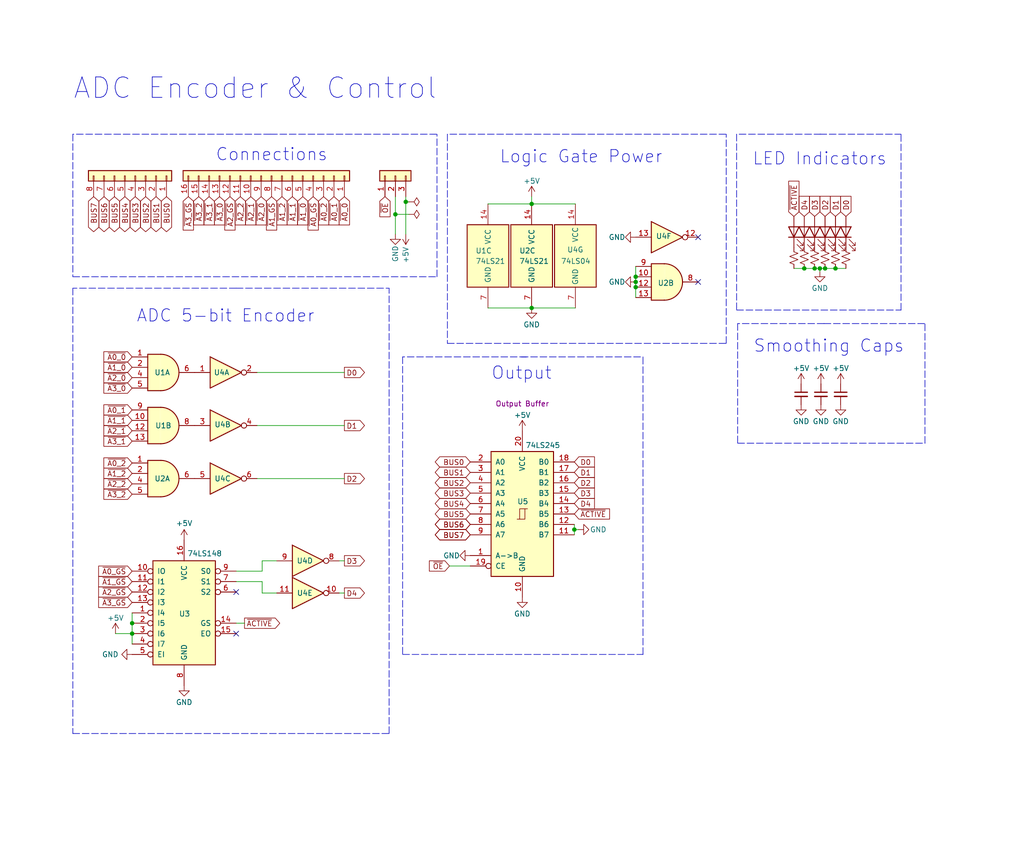
<source format=kicad_sch>
(kicad_sch (version 20211123) (generator eeschema)
  (paper "User" 250.012 210.007)
  (lib_symbols
    (symbol "74LS21_1" (pin_names (offset 1.016))
      (property "Reference" "U" (at 0 1.27 0))
      (property "Value" "74LS21_1" (at 0 -1.27 0))
      (symbol "74LS21_1_1_1"
        (arc (start -0.635 -4.445) (mid 3.81 0) (end -0.635 4.445) (stroke (width 0.254)) (fill (type background)))
        (polyline (pts (xy -0.635 4.445) (xy -3.81 4.445) (xy -3.81 -4.445) (xy -0.635 -4.445)) (stroke (width 0.254)) (fill (type background)))
        (pin input line (at -7.62 3.81 0) (length 3.81) (name "~") (number "1"))
        (pin input line (at -7.62 1.27 0) (length 3.81) (name "~") (number "2"))
        (pin input line (at -7.62 -1.27 0) (length 3.81) (name "~") (number "4"))
        (pin input line (at -7.62 -3.81 0) (length 3.81) (name "~") (number "5"))
        (pin output line (at 7.62 0 180) (length 3.81) (name "~") (number "6"))
      )
      (symbol "74LS21_1_1_2"
        (arc (start -3.81 -4.445) (mid -2.5908 0) (end -3.81 4.445) (stroke (width 0.254)))
        (arc (start -0.6096 -4.445) (mid 2.224 -2.8428) (end 3.81 0) (stroke (width 0.254)) (fill (type background)))
        (polyline (pts (xy -3.81 -4.445) (xy -0.635 -4.445)) (stroke (width 0.254)) (fill (type background)))
        (polyline (pts (xy -3.81 4.445) (xy -0.635 4.445)) (stroke (width 0.254)) (fill (type background)))
        (polyline (pts (xy -0.635 4.445) (xy -3.81 4.445) (xy -3.81 4.445) (xy -3.6322 4.0894) (xy -3.0988 2.921) (xy -2.7686 1.6764) (xy -2.6162 0.4318) (xy -2.6416 -0.8636) (xy -2.8702 -2.1082) (xy -3.2512 -3.3274) (xy -3.81 -4.445) (xy -3.81 -4.445) (xy -0.635 -4.445)) (stroke (width -25.4)) (fill (type background)))
        (arc (start 3.81 0) (mid 2.2198 2.8386) (end -0.6096 4.445) (stroke (width 0.254)) (fill (type background)))
        (pin input inverted (at -7.62 3.81 0) (length 3.81) (name "~") (number "1"))
        (pin input inverted (at -7.62 1.27 0) (length 4.826) (name "~") (number "2"))
        (pin input inverted (at -7.62 -1.27 0) (length 4.826) (name "~") (number "4"))
        (pin input inverted (at -7.62 -3.81 0) (length 3.81) (name "~") (number "5"))
        (pin output inverted (at 7.62 0 180) (length 3.81) (name "~") (number "6"))
      )
      (symbol "74LS21_1_2_1"
        (arc (start -0.635 -4.445) (mid 3.81 0) (end -0.635 4.445) (stroke (width 0.254)) (fill (type background)))
        (polyline (pts (xy -0.635 4.445) (xy -3.81 4.445) (xy -3.81 -4.445) (xy -0.635 -4.445)) (stroke (width 0.254)) (fill (type background)))
        (pin input line (at -7.62 1.27 0) (length 3.81) (name "~") (number "10"))
        (pin input line (at -7.62 -1.27 0) (length 3.81) (name "~") (number "12"))
        (pin input line (at -7.62 -3.81 0) (length 3.81) (name "~") (number "13"))
        (pin output line (at 7.62 0 180) (length 3.81) (name "~") (number "8"))
        (pin input line (at -7.62 3.81 0) (length 3.81) (name "~") (number "9"))
      )
      (symbol "74LS21_1_2_2"
        (arc (start -3.81 -4.445) (mid -2.5908 0) (end -3.81 4.445) (stroke (width 0.254)))
        (arc (start -0.6096 -4.445) (mid 2.224 -2.8428) (end 3.81 0) (stroke (width 0.254)) (fill (type background)))
        (polyline (pts (xy -3.81 -4.445) (xy -0.635 -4.445)) (stroke (width 0.254)) (fill (type background)))
        (polyline (pts (xy -3.81 4.445) (xy -0.635 4.445)) (stroke (width 0.254)) (fill (type background)))
        (polyline (pts (xy -0.635 4.445) (xy -3.81 4.445) (xy -3.81 4.445) (xy -3.6322 4.0894) (xy -3.0988 2.921) (xy -2.7686 1.6764) (xy -2.6162 0.4318) (xy -2.6416 -0.8636) (xy -2.8702 -2.1082) (xy -3.2512 -3.3274) (xy -3.81 -4.445) (xy -3.81 -4.445) (xy -0.635 -4.445)) (stroke (width -25.4)) (fill (type background)))
        (arc (start 3.81 0) (mid 2.2198 2.8386) (end -0.6096 4.445) (stroke (width 0.254)) (fill (type background)))
        (pin input inverted (at -7.62 1.27 0) (length 4.826) (name "~") (number "10"))
        (pin input inverted (at -7.62 -1.27 0) (length 4.826) (name "~") (number "12"))
        (pin input inverted (at -7.62 -3.81 0) (length 3.81) (name "~") (number "13"))
        (pin output inverted (at 7.62 0 180) (length 3.81) (name "~") (number "8"))
        (pin input inverted (at -7.62 3.81 0) (length 3.81) (name "~") (number "9"))
      )
      (symbol "74LS21_1_3_0"
        (pin power_in line (at 0 12.7 270) (length 5.08) (name "VCC") (number "14"))
        (pin power_in line (at 0 -12.7 90) (length 5.08) (name "GND") (number "7"))
      )
      (symbol "74LS21_1_3_1"
        (rectangle (start -5.08 7.62) (end 5.08 -7.62) (stroke (width 0.254)) (fill (type background)))
      )
    )
    (symbol "74LS21_2" (pin_names (offset 1.016))
      (property "Reference" "U" (at 0 1.27 0))
      (property "Value" "74LS21_2" (at 0 -1.27 0))
      (symbol "74LS21_2_1_1"
        (arc (start -0.635 -4.445) (mid 3.81 0) (end -0.635 4.445) (stroke (width 0.254)) (fill (type background)))
        (polyline (pts (xy -0.635 4.445) (xy -3.81 4.445) (xy -3.81 -4.445) (xy -0.635 -4.445)) (stroke (width 0.254)) (fill (type background)))
        (pin input line (at -7.62 3.81 0) (length 3.81) (name "~") (number "1"))
        (pin input line (at -7.62 1.27 0) (length 3.81) (name "~") (number "2"))
        (pin input line (at -7.62 -1.27 0) (length 3.81) (name "~") (number "4"))
        (pin input line (at -7.62 -3.81 0) (length 3.81) (name "~") (number "5"))
        (pin output line (at 7.62 0 180) (length 3.81) (name "~") (number "6"))
      )
      (symbol "74LS21_2_1_2"
        (arc (start -3.81 -4.445) (mid -2.5908 0) (end -3.81 4.445) (stroke (width 0.254)))
        (arc (start -0.6096 -4.445) (mid 2.224 -2.8428) (end 3.81 0) (stroke (width 0.254)) (fill (type background)))
        (polyline (pts (xy -3.81 -4.445) (xy -0.635 -4.445)) (stroke (width 0.254)) (fill (type background)))
        (polyline (pts (xy -3.81 4.445) (xy -0.635 4.445)) (stroke (width 0.254)) (fill (type background)))
        (polyline (pts (xy -0.635 4.445) (xy -3.81 4.445) (xy -3.81 4.445) (xy -3.6322 4.0894) (xy -3.0988 2.921) (xy -2.7686 1.6764) (xy -2.6162 0.4318) (xy -2.6416 -0.8636) (xy -2.8702 -2.1082) (xy -3.2512 -3.3274) (xy -3.81 -4.445) (xy -3.81 -4.445) (xy -0.635 -4.445)) (stroke (width -25.4)) (fill (type background)))
        (arc (start 3.81 0) (mid 2.2198 2.8386) (end -0.6096 4.445) (stroke (width 0.254)) (fill (type background)))
        (pin input inverted (at -7.62 3.81 0) (length 3.81) (name "~") (number "1"))
        (pin input inverted (at -7.62 1.27 0) (length 4.826) (name "~") (number "2"))
        (pin input inverted (at -7.62 -1.27 0) (length 4.826) (name "~") (number "4"))
        (pin input inverted (at -7.62 -3.81 0) (length 3.81) (name "~") (number "5"))
        (pin output inverted (at 7.62 0 180) (length 3.81) (name "~") (number "6"))
      )
      (symbol "74LS21_2_2_1"
        (arc (start -0.635 -4.445) (mid 3.81 0) (end -0.635 4.445) (stroke (width 0.254)) (fill (type background)))
        (polyline (pts (xy -0.635 4.445) (xy -3.81 4.445) (xy -3.81 -4.445) (xy -0.635 -4.445)) (stroke (width 0.254)) (fill (type background)))
        (pin input line (at -7.62 1.27 0) (length 3.81) (name "~") (number "10"))
        (pin input line (at -7.62 -1.27 0) (length 3.81) (name "~") (number "12"))
        (pin input line (at -7.62 -3.81 0) (length 3.81) (name "~") (number "13"))
        (pin output line (at 7.62 0 180) (length 3.81) (name "~") (number "8"))
        (pin input line (at -7.62 3.81 0) (length 3.81) (name "~") (number "9"))
      )
      (symbol "74LS21_2_2_2"
        (arc (start -3.81 -4.445) (mid -2.5908 0) (end -3.81 4.445) (stroke (width 0.254)))
        (arc (start -0.6096 -4.445) (mid 2.224 -2.8428) (end 3.81 0) (stroke (width 0.254)) (fill (type background)))
        (polyline (pts (xy -3.81 -4.445) (xy -0.635 -4.445)) (stroke (width 0.254)) (fill (type background)))
        (polyline (pts (xy -3.81 4.445) (xy -0.635 4.445)) (stroke (width 0.254)) (fill (type background)))
        (polyline (pts (xy -0.635 4.445) (xy -3.81 4.445) (xy -3.81 4.445) (xy -3.6322 4.0894) (xy -3.0988 2.921) (xy -2.7686 1.6764) (xy -2.6162 0.4318) (xy -2.6416 -0.8636) (xy -2.8702 -2.1082) (xy -3.2512 -3.3274) (xy -3.81 -4.445) (xy -3.81 -4.445) (xy -0.635 -4.445)) (stroke (width -25.4)) (fill (type background)))
        (arc (start 3.81 0) (mid 2.2198 2.8386) (end -0.6096 4.445) (stroke (width 0.254)) (fill (type background)))
        (pin input inverted (at -7.62 1.27 0) (length 4.826) (name "~") (number "10"))
        (pin input inverted (at -7.62 -1.27 0) (length 4.826) (name "~") (number "12"))
        (pin input inverted (at -7.62 -3.81 0) (length 3.81) (name "~") (number "13"))
        (pin output inverted (at 7.62 0 180) (length 3.81) (name "~") (number "8"))
        (pin input inverted (at -7.62 3.81 0) (length 3.81) (name "~") (number "9"))
      )
      (symbol "74LS21_2_3_0"
        (pin power_in line (at 0 12.7 270) (length 5.08) (name "VCC") (number "14"))
        (pin power_in line (at 0 -12.7 90) (length 5.08) (name "GND") (number "7"))
      )
      (symbol "74LS21_2_3_1"
        (rectangle (start -5.08 7.62) (end 5.08 -7.62) (stroke (width 0.254)) (fill (type background)))
      )
    )
    (symbol "74xx:74LS04"
      (property "Reference" "U" (at 0 1.27 0))
      (property "Value" "74LS04" (at 0 -1.27 0))
      (symbol "74LS04_1_0"
        (polyline (pts (xy -3.81 3.81) (xy -3.81 -3.81) (xy 3.81 0) (xy -3.81 3.81)) (stroke (width 0.254)) (fill (type background)))
        (pin input line (at -7.62 0 0) (length 3.81) (name "~") (number "1"))
        (pin output inverted (at 7.62 0 180) (length 3.81) (name "~") (number "2"))
      )
      (symbol "74LS04_2_0"
        (polyline (pts (xy -3.81 3.81) (xy -3.81 -3.81) (xy 3.81 0) (xy -3.81 3.81)) (stroke (width 0.254)) (fill (type background)))
        (pin input line (at -7.62 0 0) (length 3.81) (name "~") (number "3"))
        (pin output inverted (at 7.62 0 180) (length 3.81) (name "~") (number "4"))
      )
      (symbol "74LS04_3_0"
        (polyline (pts (xy -3.81 3.81) (xy -3.81 -3.81) (xy 3.81 0) (xy -3.81 3.81)) (stroke (width 0.254)) (fill (type background)))
        (pin input line (at -7.62 0 0) (length 3.81) (name "~") (number "5"))
        (pin output inverted (at 7.62 0 180) (length 3.81) (name "~") (number "6"))
      )
      (symbol "74LS04_4_0"
        (polyline (pts (xy -3.81 3.81) (xy -3.81 -3.81) (xy 3.81 0) (xy -3.81 3.81)) (stroke (width 0.254)) (fill (type background)))
        (pin output inverted (at 7.62 0 180) (length 3.81) (name "~") (number "8"))
        (pin input line (at -7.62 0 0) (length 3.81) (name "~") (number "9"))
      )
      (symbol "74LS04_5_0"
        (polyline (pts (xy -3.81 3.81) (xy -3.81 -3.81) (xy 3.81 0) (xy -3.81 3.81)) (stroke (width 0.254)) (fill (type background)))
        (pin output inverted (at 7.62 0 180) (length 3.81) (name "~") (number "10"))
        (pin input line (at -7.62 0 0) (length 3.81) (name "~") (number "11"))
      )
      (symbol "74LS04_6_0"
        (polyline (pts (xy -3.81 3.81) (xy -3.81 -3.81) (xy 3.81 0) (xy -3.81 3.81)) (stroke (width 0.254)) (fill (type background)))
        (pin output inverted (at 7.62 0 180) (length 3.81) (name "~") (number "12"))
        (pin input line (at -7.62 0 0) (length 3.81) (name "~") (number "13"))
      )
      (symbol "74LS04_7_0"
        (pin power_in line (at 0 12.7 270) (length 5.08) (name "VCC") (number "14"))
        (pin power_in line (at 0 -12.7 90) (length 5.08) (name "GND") (number "7"))
      )
      (symbol "74LS04_7_1"
        (rectangle (start -5.08 7.62) (end 5.08 -7.62) (stroke (width 0.254)) (fill (type background)))
      )
    )
    (symbol "74xx:74LS148" (pin_names (offset 1.016))
      (property "Reference" "U" (at -7.62 13.97 0))
      (property "Value" "74LS148" (at -7.62 -13.97 0))
      (symbol "74LS148_1_0"
        (pin input inverted (at -12.7 0 0) (length 5.08) (name "I4") (number "1"))
        (pin input inverted (at -12.7 10.16 0) (length 5.08) (name "IO") (number "10"))
        (pin input inverted (at -12.7 7.62 0) (length 5.08) (name "I1") (number "11"))
        (pin input inverted (at -12.7 5.08 0) (length 5.08) (name "I2") (number "12"))
        (pin input inverted (at -12.7 2.54 0) (length 5.08) (name "I3") (number "13"))
        (pin output inverted (at 12.7 -2.54 180) (length 5.08) (name "GS") (number "14"))
        (pin output inverted (at 12.7 -5.08 180) (length 5.08) (name "EO") (number "15"))
        (pin power_in line (at 0 17.78 270) (length 5.08) (name "VCC") (number "16"))
        (pin input inverted (at -12.7 -2.54 0) (length 5.08) (name "I5") (number "2"))
        (pin input inverted (at -12.7 -5.08 0) (length 5.08) (name "I6") (number "3"))
        (pin input inverted (at -12.7 -7.62 0) (length 5.08) (name "I7") (number "4"))
        (pin input inverted (at -12.7 -10.16 0) (length 5.08) (name "EI") (number "5"))
        (pin output inverted (at 12.7 5.08 180) (length 5.08) (name "S2") (number "6"))
        (pin output inverted (at 12.7 7.62 180) (length 5.08) (name "S1") (number "7"))
        (pin power_in line (at 0 -17.78 90) (length 5.08) (name "GND") (number "8"))
        (pin output inverted (at 12.7 10.16 180) (length 5.08) (name "S0") (number "9"))
      )
      (symbol "74LS148_1_1"
        (rectangle (start -7.62 12.7) (end 7.62 -12.7) (stroke (width 0.254)) (fill (type background)))
      )
    )
    (symbol "74xx:74LS21" (pin_names (offset 1.016))
      (property "Reference" "U" (at 0 1.27 0))
      (property "Value" "74LS21" (at 0 -1.27 0))
      (symbol "74LS21_1_1"
        (arc (start -0.635 -4.445) (mid 3.81 0) (end -0.635 4.445) (stroke (width 0.254)) (fill (type background)))
        (polyline (pts (xy -0.635 4.445) (xy -3.81 4.445) (xy -3.81 -4.445) (xy -0.635 -4.445)) (stroke (width 0.254)) (fill (type background)))
        (pin input line (at -7.62 3.81 0) (length 3.81) (name "~") (number "1"))
        (pin input line (at -7.62 1.27 0) (length 3.81) (name "~") (number "2"))
        (pin input line (at -7.62 -1.27 0) (length 3.81) (name "~") (number "4"))
        (pin input line (at -7.62 -3.81 0) (length 3.81) (name "~") (number "5"))
        (pin output line (at 7.62 0 180) (length 3.81) (name "~") (number "6"))
      )
      (symbol "74LS21_1_2"
        (arc (start -3.81 -4.445) (mid -2.5908 0) (end -3.81 4.445) (stroke (width 0.254)))
        (arc (start -0.6096 -4.445) (mid 2.224 -2.8428) (end 3.81 0) (stroke (width 0.254)) (fill (type background)))
        (polyline (pts (xy -3.81 -4.445) (xy -0.635 -4.445)) (stroke (width 0.254)) (fill (type background)))
        (polyline (pts (xy -3.81 4.445) (xy -0.635 4.445)) (stroke (width 0.254)) (fill (type background)))
        (polyline (pts (xy -0.635 4.445) (xy -3.81 4.445) (xy -3.81 4.445) (xy -3.6322 4.0894) (xy -3.0988 2.921) (xy -2.7686 1.6764) (xy -2.6162 0.4318) (xy -2.6416 -0.8636) (xy -2.8702 -2.1082) (xy -3.2512 -3.3274) (xy -3.81 -4.445) (xy -3.81 -4.445) (xy -0.635 -4.445)) (stroke (width -25.4)) (fill (type background)))
        (arc (start 3.81 0) (mid 2.2198 2.8386) (end -0.6096 4.445) (stroke (width 0.254)) (fill (type background)))
        (pin input inverted (at -7.62 3.81 0) (length 3.81) (name "~") (number "1"))
        (pin input inverted (at -7.62 1.27 0) (length 4.826) (name "~") (number "2"))
        (pin input inverted (at -7.62 -1.27 0) (length 4.826) (name "~") (number "4"))
        (pin input inverted (at -7.62 -3.81 0) (length 3.81) (name "~") (number "5"))
        (pin output inverted (at 7.62 0 180) (length 3.81) (name "~") (number "6"))
      )
      (symbol "74LS21_2_1"
        (arc (start -0.635 -4.445) (mid 3.81 0) (end -0.635 4.445) (stroke (width 0.254)) (fill (type background)))
        (polyline (pts (xy -0.635 4.445) (xy -3.81 4.445) (xy -3.81 -4.445) (xy -0.635 -4.445)) (stroke (width 0.254)) (fill (type background)))
        (pin input line (at -7.62 1.27 0) (length 3.81) (name "~") (number "10"))
        (pin input line (at -7.62 -1.27 0) (length 3.81) (name "~") (number "12"))
        (pin input line (at -7.62 -3.81 0) (length 3.81) (name "~") (number "13"))
        (pin output line (at 7.62 0 180) (length 3.81) (name "~") (number "8"))
        (pin input line (at -7.62 3.81 0) (length 3.81) (name "~") (number "9"))
      )
      (symbol "74LS21_2_2"
        (arc (start -3.81 -4.445) (mid -2.5908 0) (end -3.81 4.445) (stroke (width 0.254)))
        (arc (start -0.6096 -4.445) (mid 2.224 -2.8428) (end 3.81 0) (stroke (width 0.254)) (fill (type background)))
        (polyline (pts (xy -3.81 -4.445) (xy -0.635 -4.445)) (stroke (width 0.254)) (fill (type background)))
        (polyline (pts (xy -3.81 4.445) (xy -0.635 4.445)) (stroke (width 0.254)) (fill (type background)))
        (polyline (pts (xy -0.635 4.445) (xy -3.81 4.445) (xy -3.81 4.445) (xy -3.6322 4.0894) (xy -3.0988 2.921) (xy -2.7686 1.6764) (xy -2.6162 0.4318) (xy -2.6416 -0.8636) (xy -2.8702 -2.1082) (xy -3.2512 -3.3274) (xy -3.81 -4.445) (xy -3.81 -4.445) (xy -0.635 -4.445)) (stroke (width -25.4)) (fill (type background)))
        (arc (start 3.81 0) (mid 2.2198 2.8386) (end -0.6096 4.445) (stroke (width 0.254)) (fill (type background)))
        (pin input inverted (at -7.62 1.27 0) (length 4.826) (name "~") (number "10"))
        (pin input inverted (at -7.62 -1.27 0) (length 4.826) (name "~") (number "12"))
        (pin input inverted (at -7.62 -3.81 0) (length 3.81) (name "~") (number "13"))
        (pin output inverted (at 7.62 0 180) (length 3.81) (name "~") (number "8"))
        (pin input inverted (at -7.62 3.81 0) (length 3.81) (name "~") (number "9"))
      )
      (symbol "74LS21_3_0"
        (pin power_in line (at 0 12.7 270) (length 5.08) (name "VCC") (number "14"))
        (pin power_in line (at 0 -12.7 90) (length 5.08) (name "GND") (number "7"))
      )
      (symbol "74LS21_3_1"
        (rectangle (start -5.08 7.62) (end 5.08 -7.62) (stroke (width 0.254)) (fill (type background)))
      )
    )
    (symbol "74xx:74LS245" (pin_names (offset 1.016))
      (property "Reference" "U" (at -7.62 16.51 0))
      (property "Value" "74LS245" (at -7.62 -16.51 0))
      (symbol "74LS245_1_0"
        (polyline (pts (xy -0.635 -1.27) (xy -0.635 1.27) (xy 0.635 1.27)))
        (polyline (pts (xy -1.27 -1.27) (xy 0.635 -1.27) (xy 0.635 1.27) (xy 1.27 1.27)))
        (pin input line (at -12.7 -10.16 0) (length 5.08) (name "A->B") (number "1"))
        (pin power_in line (at 0 -20.32 90) (length 5.08) (name "GND") (number "10"))
        (pin tri_state line (at 12.7 -5.08 180) (length 5.08) (name "B7") (number "11"))
        (pin tri_state line (at 12.7 -2.54 180) (length 5.08) (name "B6") (number "12"))
        (pin tri_state line (at 12.7 0 180) (length 5.08) (name "B5") (number "13"))
        (pin tri_state line (at 12.7 2.54 180) (length 5.08) (name "B4") (number "14"))
        (pin tri_state line (at 12.7 5.08 180) (length 5.08) (name "B3") (number "15"))
        (pin tri_state line (at 12.7 7.62 180) (length 5.08) (name "B2") (number "16"))
        (pin tri_state line (at 12.7 10.16 180) (length 5.08) (name "B1") (number "17"))
        (pin tri_state line (at 12.7 12.7 180) (length 5.08) (name "B0") (number "18"))
        (pin input inverted (at -12.7 -12.7 0) (length 5.08) (name "CE") (number "19"))
        (pin tri_state line (at -12.7 12.7 0) (length 5.08) (name "A0") (number "2"))
        (pin power_in line (at 0 20.32 270) (length 5.08) (name "VCC") (number "20"))
        (pin tri_state line (at -12.7 10.16 0) (length 5.08) (name "A1") (number "3"))
        (pin tri_state line (at -12.7 7.62 0) (length 5.08) (name "A2") (number "4"))
        (pin tri_state line (at -12.7 5.08 0) (length 5.08) (name "A3") (number "5"))
        (pin tri_state line (at -12.7 2.54 0) (length 5.08) (name "A4") (number "6"))
        (pin tri_state line (at -12.7 0 0) (length 5.08) (name "A5") (number "7"))
        (pin tri_state line (at -12.7 -2.54 0) (length 5.08) (name "A6") (number "8"))
        (pin tri_state line (at -12.7 -5.08 0) (length 5.08) (name "A7") (number "9"))
      )
      (symbol "74LS245_1_1"
        (rectangle (start -7.62 15.24) (end 7.62 -15.24) (stroke (width 0.254)) (fill (type background)))
      )
    )
    (symbol "Connector_Generic:Conn_01x03" (pin_names (offset 1.016) hide)
      (property "Reference" "J" (at 0 5.08 0))
      (property "Value" "Conn_01x03" (at 0 -5.08 0))
      (symbol "Conn_01x03_1_1"
        (rectangle (start -1.27 -2.413) (end 0 -2.667) (stroke (width 0.1524)))
        (rectangle (start -1.27 0.127) (end 0 -0.127) (stroke (width 0.1524)))
        (rectangle (start -1.27 2.667) (end 0 2.413) (stroke (width 0.1524)))
        (rectangle (start -1.27 3.81) (end 1.27 -3.81) (stroke (width 0.254)) (fill (type background)))
        (pin passive line (at -5.08 2.54 0) (length 3.81) (name "Pin_1") (number "1"))
        (pin passive line (at -5.08 0 0) (length 3.81) (name "Pin_2") (number "2"))
        (pin passive line (at -5.08 -2.54 0) (length 3.81) (name "Pin_3") (number "3"))
      )
    )
    (symbol "Connector_Generic:Conn_01x08" (pin_names (offset 1.016) hide)
      (property "Reference" "J" (at 0 10.16 0))
      (property "Value" "Conn_01x08" (at 0 -12.7 0))
      (symbol "Conn_01x08_1_1"
        (rectangle (start -1.27 -10.033) (end 0 -10.287) (stroke (width 0.1524)))
        (rectangle (start -1.27 -7.493) (end 0 -7.747) (stroke (width 0.1524)))
        (rectangle (start -1.27 -4.953) (end 0 -5.207) (stroke (width 0.1524)))
        (rectangle (start -1.27 -2.413) (end 0 -2.667) (stroke (width 0.1524)))
        (rectangle (start -1.27 0.127) (end 0 -0.127) (stroke (width 0.1524)))
        (rectangle (start -1.27 2.667) (end 0 2.413) (stroke (width 0.1524)))
        (rectangle (start -1.27 5.207) (end 0 4.953) (stroke (width 0.1524)))
        (rectangle (start -1.27 7.747) (end 0 7.493) (stroke (width 0.1524)))
        (rectangle (start -1.27 8.89) (end 1.27 -11.43) (stroke (width 0.254)) (fill (type background)))
        (pin passive line (at -5.08 7.62 0) (length 3.81) (name "Pin_1") (number "1"))
        (pin passive line (at -5.08 5.08 0) (length 3.81) (name "Pin_2") (number "2"))
        (pin passive line (at -5.08 2.54 0) (length 3.81) (name "Pin_3") (number "3"))
        (pin passive line (at -5.08 0 0) (length 3.81) (name "Pin_4") (number "4"))
        (pin passive line (at -5.08 -2.54 0) (length 3.81) (name "Pin_5") (number "5"))
        (pin passive line (at -5.08 -5.08 0) (length 3.81) (name "Pin_6") (number "6"))
        (pin passive line (at -5.08 -7.62 0) (length 3.81) (name "Pin_7") (number "7"))
        (pin passive line (at -5.08 -10.16 0) (length 3.81) (name "Pin_8") (number "8"))
      )
    )
    (symbol "Connector_Generic:Conn_01x16" (pin_names (offset 1.016) hide)
      (property "Reference" "J" (at 0 20.32 0))
      (property "Value" "Conn_01x16" (at 0 -22.86 0))
      (symbol "Conn_01x16_1_1"
        (rectangle (start -1.27 -20.193) (end 0 -20.447) (stroke (width 0.1524)))
        (rectangle (start -1.27 -17.653) (end 0 -17.907) (stroke (width 0.1524)))
        (rectangle (start -1.27 -15.113) (end 0 -15.367) (stroke (width 0.1524)))
        (rectangle (start -1.27 -12.573) (end 0 -12.827) (stroke (width 0.1524)))
        (rectangle (start -1.27 -10.033) (end 0 -10.287) (stroke (width 0.1524)))
        (rectangle (start -1.27 -7.493) (end 0 -7.747) (stroke (width 0.1524)))
        (rectangle (start -1.27 -4.953) (end 0 -5.207) (stroke (width 0.1524)))
        (rectangle (start -1.27 -2.413) (end 0 -2.667) (stroke (width 0.1524)))
        (rectangle (start -1.27 0.127) (end 0 -0.127) (stroke (width 0.1524)))
        (rectangle (start -1.27 2.667) (end 0 2.413) (stroke (width 0.1524)))
        (rectangle (start -1.27 5.207) (end 0 4.953) (stroke (width 0.1524)))
        (rectangle (start -1.27 7.747) (end 0 7.493) (stroke (width 0.1524)))
        (rectangle (start -1.27 10.287) (end 0 10.033) (stroke (width 0.1524)))
        (rectangle (start -1.27 12.827) (end 0 12.573) (stroke (width 0.1524)))
        (rectangle (start -1.27 15.367) (end 0 15.113) (stroke (width 0.1524)))
        (rectangle (start -1.27 17.907) (end 0 17.653) (stroke (width 0.1524)))
        (rectangle (start -1.27 19.05) (end 1.27 -21.59) (stroke (width 0.254)) (fill (type background)))
        (pin passive line (at -5.08 17.78 0) (length 3.81) (name "Pin_1") (number "1"))
        (pin passive line (at -5.08 -5.08 0) (length 3.81) (name "Pin_10") (number "10"))
        (pin passive line (at -5.08 -7.62 0) (length 3.81) (name "Pin_11") (number "11"))
        (pin passive line (at -5.08 -10.16 0) (length 3.81) (name "Pin_12") (number "12"))
        (pin passive line (at -5.08 -12.7 0) (length 3.81) (name "Pin_13") (number "13"))
        (pin passive line (at -5.08 -15.24 0) (length 3.81) (name "Pin_14") (number "14"))
        (pin passive line (at -5.08 -17.78 0) (length 3.81) (name "Pin_15") (number "15"))
        (pin passive line (at -5.08 -20.32 0) (length 3.81) (name "Pin_16") (number "16"))
        (pin passive line (at -5.08 15.24 0) (length 3.81) (name "Pin_2") (number "2"))
        (pin passive line (at -5.08 12.7 0) (length 3.81) (name "Pin_3") (number "3"))
        (pin passive line (at -5.08 10.16 0) (length 3.81) (name "Pin_4") (number "4"))
        (pin passive line (at -5.08 7.62 0) (length 3.81) (name "Pin_5") (number "5"))
        (pin passive line (at -5.08 5.08 0) (length 3.81) (name "Pin_6") (number "6"))
        (pin passive line (at -5.08 2.54 0) (length 3.81) (name "Pin_7") (number "7"))
        (pin passive line (at -5.08 0 0) (length 3.81) (name "Pin_8") (number "8"))
        (pin passive line (at -5.08 -2.54 0) (length 3.81) (name "Pin_9") (number "9"))
      )
    )
    (symbol "Device:C_Small" (pin_numbers hide) (pin_names (offset 0.254) hide)
      (property "Reference" "C" (at 0.254 1.778 0))
      (property "Value" "C_Small" (at 0.254 -2.032 0))
      (symbol "C_Small_0_1"
        (polyline (pts (xy -1.524 -0.508) (xy 1.524 -0.508)) (stroke (width 0.3302)))
        (polyline (pts (xy -1.524 0.508) (xy 1.524 0.508)) (stroke (width 0.3048)))
      )
      (symbol "C_Small_1_1"
        (pin passive line (at 0 2.54 270) (length 2.032) (name "~") (number "1"))
        (pin passive line (at 0 -2.54 90) (length 2.032) (name "~") (number "2"))
      )
    )
    (symbol "Device:LED" (pin_numbers hide) (pin_names (offset 1.016) hide)
      (property "Reference" "D" (at 0 2.54 0))
      (property "Value" "LED" (at 0 -2.54 0))
      (symbol "LED_0_1"
        (polyline (pts (xy -1.27 -1.27) (xy -1.27 1.27)) (stroke (width 0.254)))
        (polyline (pts (xy -1.27 0) (xy 1.27 0)))
        (polyline (pts (xy 1.27 -1.27) (xy 1.27 1.27) (xy -1.27 0) (xy 1.27 -1.27)) (stroke (width 0.254)))
        (polyline (pts (xy -3.048 -0.762) (xy -4.572 -2.286) (xy -3.81 -2.286) (xy -4.572 -2.286) (xy -4.572 -1.524)))
        (polyline (pts (xy -1.778 -0.762) (xy -3.302 -2.286) (xy -2.54 -2.286) (xy -3.302 -2.286) (xy -3.302 -1.524)))
      )
      (symbol "LED_1_1"
        (pin passive line (at -3.81 0 0) (length 2.54) (name "K") (number "1"))
        (pin passive line (at 3.81 0 180) (length 2.54) (name "A") (number "2"))
      )
    )
    (symbol "Device:R_Small_US" (pin_numbers hide) (pin_names (offset 0.254) hide)
      (property "Reference" "R" (at 0.762 0.508 0))
      (property "Value" "R_Small_US" (at 0.762 -1.016 0))
      (symbol "R_Small_US_1_1"
        (polyline (pts (xy 0 0) (xy 1.016 -0.381) (xy 0 -0.762) (xy -1.016 -1.143) (xy 0 -1.524)))
        (polyline (pts (xy 0 1.524) (xy 1.016 1.143) (xy 0 0.762) (xy -1.016 0.381) (xy 0 0)))
        (pin passive line (at 0 2.54 270) (length 1.016) (name "~") (number "1"))
        (pin passive line (at 0 -2.54 90) (length 1.016) (name "~") (number "2"))
      )
    )
    (symbol "power:+5V" (power) (pin_names (offset 0))
      (property "Value" "+5V" (at 0 3.556 0))
      (symbol "+5V_0_1"
        (polyline (pts (xy -0.762 1.27) (xy 0 2.54)))
        (polyline (pts (xy 0 0) (xy 0 2.54)))
        (polyline (pts (xy 0 2.54) (xy 0.762 1.27)))
      )
      (symbol "+5V_1_1"
        (pin power_in line (at 0 0 90) (length 0) hide (name "+5V") (number "1"))
      )
    )
    (symbol "power:GND" (power) (pin_names (offset 0))
      (property "Value" "GND" (at 0 -3.81 0))
      (symbol "GND_0_1"
        (polyline (pts (xy 0 0) (xy 0 -1.27) (xy 1.27 -1.27) (xy 0 -2.54) (xy -1.27 -1.27) (xy 0 -1.27)))
      )
      (symbol "GND_1_1"
        (pin power_in line (at 0 0 270) (length 0) hide (name "GND") (number "1"))
      )
    )
    (symbol "power:PWR_FLAG" (power) (pin_numbers hide) (pin_names (offset 0) hide)
      (property "Value" "PWR_FLAG" (at 0 3.81 0))
      (symbol "PWR_FLAG_0_0"
        (pin power_out line (at 0 0 90) (length 0) (name "pwr") (number "1"))
      )
      (symbol "PWR_FLAG_0_1"
        (polyline (pts (xy 0 0) (xy 0 1.27) (xy -1.016 1.905) (xy 0 2.54) (xy 1.016 1.905) (xy 0 1.27)))
      )
    )
  )
  (junction (at 99.06 49.276))
  (junction (at 198.882 65.532))
  (junction (at 140.208 129.286))
  (junction (at 129.794 75.184))
  (junction (at 203.962 65.532))
  (junction (at 155.194 67.564))
  (junction (at 201.422 65.532))
  (junction (at 196.342 65.532))
  (junction (at 155.194 68.834))
  (junction (at 32.258 152.146))
  (junction (at 32.258 154.686))
  (junction (at 155.194 70.104))
  (junction (at 129.794 49.784))
  (junction (at 200.152 65.532))
  (junction (at 96.52 52.324))
  (no_connect (at 57.658 154.686))
  (no_connect (at 170.434 57.912))
  (no_connect (at 170.434 68.834))
  (no_connect (at 57.658 144.526))
  (wire (pts (xy 201.422 65.532) (xy 203.962 65.532)))
  (wire (pts (xy 155.194 70.104) (xy 155.194 72.644)))
  (wire (pts (xy 155.194 65.024) (xy 155.194 67.564)))
  (polyline (pts (xy 17.78 32.766) (xy 17.78 67.564)))
  (wire (pts (xy 200.152 65.532) (xy 200.152 66.294)))
  (polyline (pts (xy 200.406 32.766) (xy 179.832 32.766)))
  (wire (pts (xy 64.008 139.446) (xy 64.008 136.906)))
  (polyline (pts (xy 109.22 32.766) (xy 109.22 83.82)))
  (polyline (pts (xy 156.972 159.766) (xy 156.972 87.122)))
  (polyline (pts (xy 179.832 32.766) (xy 179.832 75.692)))
  (wire (pts (xy 99.06 57.15) (xy 99.06 49.276)))
  (wire (pts (xy 32.258 154.686) (xy 28.194 154.686)))
  (wire (pts (xy 129.794 49.784) (xy 140.462 49.784)))
  (polyline (pts (xy 17.78 67.564) (xy 106.68 67.564)))
  (wire (pts (xy 119.126 49.784) (xy 129.794 49.784)))
  (polyline (pts (xy 225.806 108.204) (xy 225.806 78.994)))
  (wire (pts (xy 32.258 149.606) (xy 32.258 152.146)))
  (polyline (pts (xy 127.254 87.122) (xy 156.972 87.122)))
  (wire (pts (xy 32.258 152.146) (xy 32.258 154.686)))
  (wire (pts (xy 96.52 57.15) (xy 96.52 52.324)))
  (polyline (pts (xy 17.78 70.358) (xy 17.78 179.07)))
  (wire (pts (xy 155.194 68.834) (xy 155.194 70.104)))
  (wire (pts (xy 193.802 65.532) (xy 196.342 65.532)))
  (wire (pts (xy 129.794 48.006) (xy 129.794 49.784)))
  (polyline (pts (xy 66.04 32.766) (xy 17.78 32.766)))
  (polyline (pts (xy 17.78 179.07) (xy 94.996 179.07)))
  (wire (pts (xy 82.804 144.78) (xy 84.074 144.78)))
  (polyline (pts (xy 57.658 70.358) (xy 17.78 70.358)))
  (wire (pts (xy 62.738 116.84) (xy 84.074 116.84)))
  (polyline (pts (xy 180.086 78.994) (xy 180.086 108.204)))
  (wire (pts (xy 140.208 129.286) (xy 140.208 130.556)))
  (wire (pts (xy 96.52 52.324) (xy 96.52 48.006)))
  (wire (pts (xy 140.208 128.016) (xy 140.208 129.286)))
  (polyline (pts (xy 201.168 78.994) (xy 180.086 78.994)))
  (polyline (pts (xy 201.168 78.994) (xy 225.806 78.994)))
  (wire (pts (xy 57.658 141.986) (xy 64.008 141.986)))
  (polyline (pts (xy 177.292 83.82) (xy 177.292 32.766)))
  (polyline (pts (xy 219.964 75.692) (xy 219.964 32.766)))
  (polyline (pts (xy 57.658 70.358) (xy 94.996 70.358)))
  (wire (pts (xy 109.728 138.176) (xy 114.808 138.176)))
  (wire (pts (xy 200.152 65.532) (xy 201.422 65.532)))
  (polyline (pts (xy 109.22 83.82) (xy 177.292 83.82)))
  (polyline (pts (xy 128.524 87.122) (xy 98.298 87.122)))
  (polyline (pts (xy 141.224 32.766) (xy 109.22 32.766)))
  (polyline (pts (xy 94.996 179.07) (xy 94.996 70.358)))
  (wire (pts (xy 96.52 52.324) (xy 99.822 52.324)))
  (polyline (pts (xy 98.298 87.122) (xy 98.298 159.766)))
  (wire (pts (xy 84.074 136.906) (xy 82.804 136.906)))
  (wire (pts (xy 62.738 103.886) (xy 84.074 103.886)))
  (wire (pts (xy 99.06 49.276) (xy 99.822 49.276)))
  (polyline (pts (xy 66.04 32.766) (xy 106.68 32.766)))
  (wire (pts (xy 155.194 67.564) (xy 155.194 68.834)))
  (wire (pts (xy 57.658 152.146) (xy 59.69 152.146)))
  (wire (pts (xy 57.658 139.446) (xy 64.008 139.446)))
  (polyline (pts (xy 98.298 159.766) (xy 156.972 159.766)))
  (wire (pts (xy 64.008 136.906) (xy 67.564 136.906)))
  (polyline (pts (xy 180.086 108.204) (xy 225.806 108.204)))
  (wire (pts (xy 198.882 65.532) (xy 200.152 65.532)))
  (wire (pts (xy 141.224 129.286) (xy 140.208 129.286)))
  (wire (pts (xy 64.008 144.78) (xy 67.564 144.78)))
  (wire (pts (xy 119.126 75.184) (xy 129.794 75.184)))
  (wire (pts (xy 203.962 65.532) (xy 206.502 65.532)))
  (wire (pts (xy 64.008 141.986) (xy 64.008 144.78)))
  (polyline (pts (xy 179.832 75.692) (xy 219.964 75.692)))
  (wire (pts (xy 129.794 75.184) (xy 140.462 75.184)))
  (polyline (pts (xy 200.152 32.766) (xy 219.964 32.766)))
  (polyline (pts (xy 106.68 67.564) (xy 106.68 32.766)))
  (wire (pts (xy 99.06 49.276) (xy 99.06 48.006)))
  (polyline (pts (xy 141.224 32.766) (xy 177.292 32.766)))
  (wire (pts (xy 32.258 154.686) (xy 32.258 157.226)))
  (wire (pts (xy 196.342 65.532) (xy 198.882 65.532)))
  (wire (pts (xy 84.074 90.932) (xy 62.738 90.932)))
  (text "ADC 5-bit Encoder" (at 33.274 78.994 0) (effects (font (size 3 3)) (justify left bottom)))
  (text "ADC Encoder & Control" (at 17.78 24.638 0) (effects (font (size 5 5)) (justify left bottom)))
  (text "Smoothing Caps" (at 183.896 86.36 0) (effects (font (size 3 3)) (justify left bottom)))
  (text "Connections" (at 52.578 39.624 0) (effects (font (size 3 3)) (justify left bottom)))
  (text "Output" (at 119.888 92.964 0) (effects (font (size 3 3)) (justify left bottom)))
  (text "LED Indicators" (at 183.642 40.64 0) (effects (font (size 3 3)) (justify left bottom)))
  (text "Logic Gate Power" (at 121.92 40.132 0) (effects (font (size 3 3)) (justify left bottom)))
  (global_label "BUS4" (shape tri_state) (at 30.48 48.006 270) (property "Intersheet References" "${INTERSHEET_REFS}" (effects hide)))
  (global_label "~{A1_1}" (shape input) (at 71.374 48.006 270) (property "Intersheet References" "${INTERSHEET_REFS}" (effects hide)))
  (global_label "BUS1" (shape tri_state) (at 114.808 115.316 180) (property "Intersheet References" "${INTERSHEET_REFS}" (effects hide)))
  (global_label "~{A3_GS}" (shape input) (at 32.258 147.066 180) (property "Intersheet References" "${INTERSHEET_REFS}" (effects hide)))
  (global_label "BUS2" (shape tri_state) (at 35.56 48.006 270) (property "Intersheet References" "${INTERSHEET_REFS}" (effects hide)))
  (global_label "~{A3_0}" (shape input) (at 32.258 94.742 180) (property "Intersheet References" "${INTERSHEET_REFS}" (effects hide)))
  (global_label "BUS1" (shape tri_state) (at 38.1 48.006 270) (property "Intersheet References" "${INTERSHEET_REFS}" (effects hide)))
  (global_label "D1" (shape input) (at 203.962 52.832 90) (property "Intersheet References" "${INTERSHEET_REFS}" (effects hide)))
  (global_label "~{A2_2}" (shape input) (at 58.674 48.006 270) (property "Intersheet References" "${INTERSHEET_REFS}" (effects hide)))
  (global_label "~{A2_1}" (shape input) (at 61.214 48.006 270) (property "Intersheet References" "${INTERSHEET_REFS}" (effects hide)))
  (global_label "~{A1_2}" (shape input) (at 32.258 115.57 180) (property "Intersheet References" "${INTERSHEET_REFS}" (effects hide)))
  (global_label "~{A1_1}" (shape input) (at 32.258 102.616 180) (property "Intersheet References" "${INTERSHEET_REFS}" (effects hide)))
  (global_label "BUS0" (shape tri_state) (at 114.808 112.776 180) (property "Intersheet References" "${INTERSHEET_REFS}" (effects hide)))
  (global_label "~{A3_GS}" (shape input) (at 45.974 48.006 270) (property "Intersheet References" "${INTERSHEET_REFS}" (effects hide)))
  (global_label "~{A2_GS}" (shape input) (at 32.258 144.526 180) (property "Intersheet References" "${INTERSHEET_REFS}" (effects hide)))
  (global_label "BUS5" (shape tri_state) (at 27.94 48.006 270) (property "Intersheet References" "${INTERSHEET_REFS}" (effects hide)))
  (global_label "~{A0_2}" (shape input) (at 32.258 113.03 180) (property "Intersheet References" "${INTERSHEET_REFS}" (effects hide)))
  (global_label "D4" (shape input) (at 140.208 122.936 0) (property "Intersheet References" "${INTERSHEET_REFS}" (effects hide)))
  (global_label "~{A1_0}" (shape input) (at 32.258 89.662 180) (property "Intersheet References" "${INTERSHEET_REFS}" (effects hide)))
  (global_label "~{OE}" (shape input) (at 93.98 48.006 270) (property "Intersheet References" "${INTERSHEET_REFS}" (effects hide)))
  (global_label "D1" (shape input) (at 140.208 115.316 0) (property "Intersheet References" "${INTERSHEET_REFS}" (effects hide)))
  (global_label "~{A0_GS}" (shape input) (at 76.454 48.006 270) (property "Intersheet References" "${INTERSHEET_REFS}" (effects hide)))
  (global_label "D4" (shape input) (at 196.342 52.832 90) (property "Intersheet References" "${INTERSHEET_REFS}" (effects hide)))
  (global_label "~{A3_1}" (shape input) (at 51.054 48.006 270) (property "Intersheet References" "${INTERSHEET_REFS}" (effects hide)))
  (global_label "BUS4" (shape tri_state) (at 114.808 122.936 180) (property "Intersheet References" "${INTERSHEET_REFS}" (effects hide)))
  (global_label "BUS6" (shape tri_state) (at 114.808 128.016 180) (property "Intersheet References" "${INTERSHEET_REFS}" (effects hide)))
  (global_label "~{A0_0}" (shape input) (at 32.258 87.122 180) (property "Intersheet References" "${INTERSHEET_REFS}" (effects hide)))
  (global_label "D1" (shape output) (at 84.074 103.886 0) (property "Intersheet References" "${INTERSHEET_REFS}" (effects hide)))
  (global_label "~{A1_GS}" (shape input) (at 32.258 141.986 180) (property "Intersheet References" "${INTERSHEET_REFS}" (effects hide)))
  (global_label "D2" (shape output) (at 84.074 116.84 0) (property "Intersheet References" "${INTERSHEET_REFS}" (effects hide)))
  (global_label "D2" (shape input) (at 140.208 117.856 0) (property "Intersheet References" "${INTERSHEET_REFS}" (effects hide)))
  (global_label "~{A0_GS}" (shape input) (at 32.258 139.446 180) (property "Intersheet References" "${INTERSHEET_REFS}" (effects hide)))
  (global_label "~{A2_0}" (shape input) (at 32.258 92.202 180) (property "Intersheet References" "${INTERSHEET_REFS}" (effects hide)))
  (global_label "D0" (shape output) (at 84.074 90.932 0) (property "Intersheet References" "${INTERSHEET_REFS}" (effects hide)))
  (global_label "~{A1_0}" (shape input) (at 73.914 48.006 270) (property "Intersheet References" "${INTERSHEET_REFS}" (effects hide)))
  (global_label "D0" (shape input) (at 206.502 52.832 90) (property "Intersheet References" "${INTERSHEET_REFS}" (effects hide)))
  (global_label "~{A2_1}" (shape input) (at 32.258 105.156 180) (property "Intersheet References" "${INTERSHEET_REFS}" (effects hide)))
  (global_label "BUS5" (shape tri_state) (at 114.808 125.476 180) (property "Intersheet References" "${INTERSHEET_REFS}" (effects hide)))
  (global_label "~{A1_2}" (shape input) (at 68.834 48.006 270) (property "Intersheet References" "${INTERSHEET_REFS}" (effects hide)))
  (global_label "~{ACTIVE}" (shape output) (at 59.69 152.146 0) (property "Intersheet References" "${INTERSHEET_REFS}" (effects hide)))
  (global_label "BUS0" (shape tri_state) (at 40.64 48.006 270) (property "Intersheet References" "${INTERSHEET_REFS}" (effects hide)))
  (global_label "BUS2" (shape tri_state) (at 114.808 117.856 180) (property "Intersheet References" "${INTERSHEET_REFS}" (effects hide)))
  (global_label "BUS6" (shape tri_state) (at 25.4 48.006 270) (property "Intersheet References" "${INTERSHEET_REFS}" (effects hide)))
  (global_label "~{A2_GS}" (shape input) (at 56.134 48.006 270) (property "Intersheet References" "${INTERSHEET_REFS}" (effects hide)))
  (global_label "~{A2_0}" (shape input) (at 63.754 48.006 270) (property "Intersheet References" "${INTERSHEET_REFS}" (effects hide)))
  (global_label "~{ACTIVE}" (shape input) (at 193.802 52.832 90) (property "Intersheet References" "${INTERSHEET_REFS}" (effects hide)))
  (global_label "BUS7" (shape tri_state) (at 22.86 48.006 270) (property "Intersheet References" "${INTERSHEET_REFS}" (effects hide)))
  (global_label "D3" (shape output) (at 84.074 136.906 0) (property "Intersheet References" "${INTERSHEET_REFS}" (effects hide)))
  (global_label "BUS6" (shape tri_state) (at 114.808 128.016 180) (property "Intersheet References" "${INTERSHEET_REFS}" (effects hide)))
  (global_label "BUS7" (shape tri_state) (at 114.808 130.556 180) (property "Intersheet References" "${INTERSHEET_REFS}" (effects hide)))
  (global_label "~{A1_GS}" (shape input) (at 66.294 48.006 270) (property "Intersheet References" "${INTERSHEET_REFS}" (effects hide)))
  (global_label "D3" (shape input) (at 198.882 52.832 90) (property "Intersheet References" "${INTERSHEET_REFS}" (effects hide)))
  (global_label "~{A0_1}" (shape input) (at 32.258 100.076 180) (property "Intersheet References" "${INTERSHEET_REFS}" (effects hide)))
  (global_label "BUS3" (shape tri_state) (at 114.808 120.396 180) (property "Intersheet References" "${INTERSHEET_REFS}" (effects hide)))
  (global_label "~{ACTIVE}" (shape input) (at 140.208 125.476 0) (property "Intersheet References" "${INTERSHEET_REFS}" (effects hide)))
  (global_label "D2" (shape input) (at 201.422 52.832 90) (property "Intersheet References" "${INTERSHEET_REFS}" (effects hide)))
  (global_label "~{A0_1}" (shape input) (at 81.534 48.006 270) (property "Intersheet References" "${INTERSHEET_REFS}" (effects hide)))
  (global_label "~{A3_0}" (shape input) (at 53.594 48.006 270) (property "Intersheet References" "${INTERSHEET_REFS}" (effects hide)))
  (global_label "~{A0_0}" (shape input) (at 84.074 48.006 270) (property "Intersheet References" "${INTERSHEET_REFS}" (effects hide)))
  (global_label "D3" (shape input) (at 140.208 120.396 0) (property "Intersheet References" "${INTERSHEET_REFS}" (effects hide)))
  (global_label "~{A3_2}" (shape input) (at 32.258 120.65 180) (property "Intersheet References" "${INTERSHEET_REFS}" (effects hide)))
  (global_label "~{A0_2}" (shape input) (at 78.994 48.006 270) (property "Intersheet References" "${INTERSHEET_REFS}" (effects hide)))
  (global_label "D4" (shape output) (at 84.074 144.78 0) (property "Intersheet References" "${INTERSHEET_REFS}" (effects hide)))
  (global_label "D0" (shape input) (at 140.208 112.776 0) (property "Intersheet References" "${INTERSHEET_REFS}" (effects hide)))
  (global_label "~{A2_2}" (shape input) (at 32.258 118.11 180) (property "Intersheet References" "${INTERSHEET_REFS}" (effects hide)))
  (global_label "~{A3_1}" (shape input) (at 32.258 107.696 180) (property "Intersheet References" "${INTERSHEET_REFS}" (effects hide)))
  (global_label "~{OE}" (shape input) (at 109.728 138.176 180) (property "Intersheet References" "${INTERSHEET_REFS}" (effects hide)))
  (global_label "BUS7" (shape tri_state) (at 114.808 130.556 180) (property "Intersheet References" "${INTERSHEET_REFS}" (effects hide)))
  (global_label "BUS3" (shape tri_state) (at 33.02 48.006 270) (property "Intersheet References" "${INTERSHEET_REFS}" (effects hide)))
  (global_label "~{A3_2}" (shape input) (at 48.514 48.006 270) (property "Intersheet References" "${INTERSHEET_REFS}" (effects hide)))
  (symbol (lib_id "power:+5V") (at 28.194 154.686 0) (unit 1)
    (property "Reference" "#PWR01" (effects hide))
    (property "Value" "+5V" (at 26.162 150.876 0) (effects (justify left)))
  )
  (symbol (lib_id "power:+5V") (at 99.06 57.15 180) (unit 1)
    (property "Reference" "#PWR07" (effects hide))
    (property "Value" "+5V" (at 99.06 60.198 90) (effects (justify left)))
  )
  (symbol (lib_id "power:GND") (at 127.508 145.796 0) (unit 1)
    (property "Reference" "#PWR011" (effects hide))
    (property "Value" "GND" (at 127.508 149.86 0))
  )
  (symbol (lib_id "power:GND") (at 114.808 135.636 270) (unit 1)
    (property "Reference" "#PWR0101" (effects hide))
    (property "Value" "GND" (at 110.236 135.636 90))
  )
  (symbol (lib_name "74LS21_1") (lib_id "74xx:74LS21") (at 129.794 62.484 0) (unit 3)
    (property "Reference" "U2" (at 126.746 61.214 0) (effects (justify left)))
    (property "Value" "74LS21" (at 126.746 63.754 0) (effects (justify left)))
    (property "Footprint" "Package_SO:SOIC-14_3.9x8.7mm_P1.27mm" (effects hide))
    (property "Datasheet" "http://www.ti.com/lit/gpn/sn74LS21" (effects hide))
  )
  (symbol (lib_id "Device:LED") (at 203.962 56.642 90) (unit 1)
    (property "Reference" "D5" (effects hide))
    (property "Value" "LED" (effects hide))
    (property "Footprint" "LED_SMD:LED_0805_2012Metric" (effects hide))
  )
  (symbol (lib_id "power:GND") (at 205.232 98.806 0) (unit 1)
    (property "Reference" "#PWR022" (effects hide))
    (property "Value" "GND" (at 205.232 102.87 0))
  )
  (symbol (lib_id "Device:R_Small_US") (at 196.342 62.992 0) (unit 1)
    (property "Reference" "R4" (effects hide))
    (property "Value" "R_Small_US" (effects hide))
    (property "Footprint" "Resistor_SMD:R_0805_2012Metric" (effects hide))
  )
  (symbol (lib_id "Device:C_Small") (at 205.232 96.266 0) (unit 1)
    (property "Reference" "C3" (effects hide))
    (property "Value" "C_Small" (effects hide))
    (property "Footprint" "Capacitor_SMD:C_0805_2012Metric" (effects hide))
  )
  (symbol (lib_id "Device:R_Small_US") (at 201.422 62.992 0) (unit 1)
    (property "Reference" "R6" (effects hide))
    (property "Value" "R_Small_US" (effects hide))
    (property "Footprint" "Resistor_SMD:R_0805_2012Metric" (effects hide))
  )
  (symbol (lib_id "power:+5V") (at 129.794 48.006 0) (unit 1)
    (property "Reference" "#PWR012" (effects hide))
    (property "Value" "+5V" (at 127.762 44.196 0) (effects (justify left)))
  )
  (symbol (lib_id "74xx:74LS04") (at 55.118 90.932 0) (unit 1)
    (property "Reference" "U4" (at 54.102 90.932 0))
    (property "Value" "74LS04" (effects hide))
    (property "Footprint" "Package_SO:SOIC-14_3.9x8.7mm_P1.27mm" (effects hide))
    (property "Datasheet" "http://www.ti.com/lit/gpn/sn74LS04" (effects hide))
  )
  (symbol (lib_id "power:GND") (at 200.406 98.806 0) (unit 1)
    (property "Reference" "#PWR020" (effects hide))
    (property "Value" "GND" (at 200.406 102.87 0))
  )
  (symbol (lib_id "power:+5V") (at 127.508 105.156 0) (unit 1)
    (property "Reference" "#PWR010" (effects hide))
    (property "Value" "+5V" (at 125.476 101.346 0) (effects (justify left)))
  )
  (symbol (lib_id "74xx:74LS04") (at 162.814 57.912 0) (unit 6)
    (property "Reference" "U4" (at 162.052 57.658 0))
    (property "Value" "74LS04" (effects hide))
    (property "Footprint" "Package_SO:SOIC-14_3.9x8.7mm_P1.27mm" (effects hide))
    (property "Datasheet" "http://www.ti.com/lit/gpn/sn74LS04" (effects hide))
  )
  (symbol (lib_id "power:GND") (at 195.58 98.806 0) (unit 1)
    (property "Reference" "#PWR017" (effects hide))
    (property "Value" "GND" (at 195.58 102.87 0))
  )
  (symbol (lib_id "power:+5V") (at 195.58 93.726 0) (unit 1)
    (property "Reference" "#PWR016" (effects hide))
    (property "Value" "+5V" (at 193.548 89.916 0) (effects (justify left)))
  )
  (symbol (lib_id "74xx:74LS04") (at 140.462 62.484 0) (unit 7)
    (property "Reference" "U4" (at 138.43 60.96 0) (effects (justify left)))
    (property "Value" "74LS04" (at 136.906 63.754 0) (effects (justify left)))
    (property "Footprint" "Package_SO:SOIC-14_3.9x8.7mm_P1.27mm" (effects hide))
    (property "Datasheet" "http://www.ti.com/lit/gpn/sn74LS04" (effects hide))
  )
  (symbol (lib_id "Connector_Generic:Conn_01x03") (at 96.52 42.926 90) (unit 1)
    (property "Reference" "J3" (effects hide))
    (property "Value" "Conn_01x03" (effects hide))
    (property "Footprint" "Connector_PinHeader_2.54mm:PinHeader_1x03_P2.54mm_Vertical" (effects hide))
  )
  (symbol (lib_id "74xx:74LS04") (at 55.118 103.886 0) (unit 2)
    (property "Reference" "U4" (at 54.356 103.632 0))
    (property "Value" "74LS04" (effects hide))
    (property "Footprint" "Package_SO:SOIC-14_3.9x8.7mm_P1.27mm" (effects hide))
    (property "Datasheet" "http://www.ti.com/lit/gpn/sn74LS04" (effects hide))
  )
  (symbol (lib_id "power:GND") (at 32.258 159.766 270) (unit 1)
    (property "Reference" "#PWR?" (effects hide))
    (property "Value" "GND" (at 26.924 159.766 90))
  )
  (symbol (lib_id "Device:LED") (at 201.422 56.642 90) (unit 1)
    (property "Reference" "D4" (effects hide))
    (property "Value" "LED" (effects hide))
    (property "Footprint" "LED_SMD:LED_0805_2012Metric" (effects hide))
  )
  (symbol (lib_id "Device:R_Small_US") (at 198.882 62.992 0) (unit 1)
    (property "Reference" "R5" (effects hide))
    (property "Value" "R_Small_US" (effects hide))
    (property "Footprint" "Resistor_SMD:R_0805_2012Metric" (effects hide))
  )
  (symbol (lib_id "Device:LED") (at 206.502 56.642 90) (unit 1)
    (property "Reference" "D6" (effects hide))
    (property "Value" "LED" (effects hide))
    (property "Footprint" "LED_SMD:LED_0805_2012Metric" (effects hide))
  )
  (symbol (lib_name "74LS21_2") (lib_id "74xx:74LS21") (at 119.126 62.484 0) (unit 3)
    (property "Reference" "U1" (at 116.078 61.214 0) (effects (justify left)))
    (property "Value" "74LS21" (at 116.078 63.754 0) (effects (justify left)))
    (property "Footprint" "Package_SO:SOIC-14_3.9x8.7mm_P1.27mm" (effects hide))
    (property "Datasheet" "http://www.ti.com/lit/gpn/sn74LS21" (effects hide))
  )
  (symbol (lib_id "Device:C_Small") (at 200.406 96.266 0) (unit 1)
    (property "Reference" "C2" (effects hide))
    (property "Value" "C_Small" (effects hide))
    (property "Footprint" "Capacitor_SMD:C_0805_2012Metric" (effects hide))
  )
  (symbol (lib_id "74xx:74LS04") (at 75.184 136.906 0) (unit 4)
    (property "Reference" "U4" (at 74.422 136.906 0))
    (property "Value" "74LS04" (effects hide))
    (property "Footprint" "Package_SO:SOIC-14_3.9x8.7mm_P1.27mm" (effects hide))
    (property "Datasheet" "http://www.ti.com/lit/gpn/sn74LS04" (effects hide))
  )
  (symbol (lib_id "Connector_Generic:Conn_01x08") (at 33.02 42.926 270) (mirror x) (unit 1)
    (property "Reference" "J1" (effects hide))
    (property "Value" "Conn_01x08" (effects hide))
    (property "Footprint" "Connector_PinHeader_2.54mm:PinHeader_1x08_P2.54mm_Vertical" (effects hide))
  )
  (symbol (lib_id "power:GND") (at 200.152 66.294 0) (unit 1)
    (property "Reference" "#PWR018" (effects hide))
    (property "Value" "GND" (at 200.152 70.358 0))
  )
  (symbol (lib_id "Device:LED") (at 193.802 56.642 90) (unit 1)
    (property "Reference" "D1" (effects hide))
    (property "Value" "LED" (effects hide))
    (property "Footprint" "LED_SMD:LED_0805_2012Metric" (effects hide))
  )
  (symbol (lib_id "power:GND") (at 129.794 75.184 0) (unit 1)
    (property "Reference" "#PWR013" (effects hide))
    (property "Value" "GND" (at 129.794 79.248 0))
  )
  (symbol (lib_id "74xx:74LS148") (at 44.958 149.606 0) (unit 1)
    (property "Reference" "U3" (at 43.688 149.86 0) (effects (justify left)))
    (property "Value" "74LS148" (at 45.72 135.128 0) (effects (justify left)))
    (property "Footprint" "Package_SO:SOIC-16_3.9x9.9mm_P1.27mm" (effects hide))
    (property "Datasheet" "http://www.ti.com/lit/gpn/sn74LS148" (effects hide))
  )
  (symbol (lib_id "power:GND") (at 44.958 167.386 0) (unit 1)
    (property "Reference" "#PWR03" (effects hide))
    (property "Value" "GND" (at 44.958 171.45 0))
  )
  (symbol (lib_id "power:+5V") (at 44.958 131.826 0) (unit 1)
    (property "Reference" "#PWR02" (effects hide))
    (property "Value" "+5V" (at 42.926 127.762 0) (effects (justify left)))
  )
  (symbol (lib_id "74xx:74LS21") (at 39.878 116.84 0) (unit 1)
    (property "Reference" "U2" (at 39.624 116.84 0))
    (property "Value" "74LS21" (effects hide))
    (property "Footprint" "Package_SO:SOIC-14_3.9x8.7mm_P1.27mm" (effects hide))
    (property "Datasheet" "http://www.ti.com/lit/gpn/sn74LS21" (effects hide))
  )
  (symbol (lib_id "Connector_Generic:Conn_01x16") (at 66.294 42.926 270) (mirror x) (unit 1)
    (property "Reference" "J2" (effects hide))
    (property "Value" "Conn_01x16" (effects hide))
    (property "Footprint" "Connector_PinHeader_2.54mm:PinHeader_1x16_P2.54mm_Vertical" (effects hide))
  )
  (symbol (lib_id "power:PWR_FLAG") (at 99.822 49.276 270) (unit 1)
    (property "Reference" "#FLG01" (effects hide))
    (property "Value" "PWR_FLAG" (effects hide))
  )
  (symbol (lib_id "Device:R_Small_US") (at 193.802 62.992 0) (unit 1)
    (property "Reference" "R3" (effects hide))
    (property "Value" "R_Small_US" (effects hide))
    (property "Footprint" "Resistor_SMD:R_0805_2012Metric" (effects hide))
  )
  (symbol (lib_id "power:GND") (at 155.194 57.912 270) (unit 1)
    (property "Reference" "#PWR014" (effects hide))
    (property "Value" "GND" (at 150.622 57.912 90))
  )
  (symbol (lib_id "power:+5V") (at 200.406 93.726 0) (unit 1)
    (property "Reference" "#PWR019" (effects hide))
    (property "Value" "+5V" (at 198.374 89.916 0) (effects (justify left)))
  )
  (symbol (lib_id "Device:R_Small_US") (at 203.962 62.992 0) (unit 1)
    (property "Reference" "R7" (effects hide))
    (property "Value" "R_Small_US" (effects hide))
    (property "Footprint" "Resistor_SMD:R_0805_2012Metric" (effects hide))
  )
  (symbol (lib_id "power:+5V") (at 205.232 93.726 0) (unit 1)
    (property "Reference" "#PWR021" (effects hide))
    (property "Value" "+5V" (at 203.2 89.916 0) (effects (justify left)))
  )
  (symbol (lib_id "Device:R_Small_US") (at 206.502 62.992 0) (unit 1)
    (property "Reference" "R8" (effects hide))
    (property "Value" "R_Small_US" (effects hide))
    (property "Footprint" "Resistor_SMD:R_0805_2012Metric" (effects hide))
  )
  (symbol (lib_id "Device:LED") (at 198.882 56.642 90) (unit 1)
    (property "Reference" "D3" (effects hide))
    (property "Value" "LED" (effects hide))
    (property "Footprint" "LED_SMD:LED_0805_2012Metric" (effects hide))
  )
  (symbol (lib_id "74xx:74LS04") (at 55.118 116.84 0) (unit 3)
    (property "Reference" "U4" (at 54.356 116.84 0))
    (property "Value" "74LS04" (effects hide))
    (property "Footprint" "Package_SO:SOIC-14_3.9x8.7mm_P1.27mm" (effects hide))
    (property "Datasheet" "http://www.ti.com/lit/gpn/sn74LS04" (effects hide))
  )
  (symbol (lib_id "74xx:74LS21") (at 39.878 90.932 0) (unit 1)
    (property "Reference" "U1" (at 39.624 90.932 0))
    (property "Value" "74LS21" (effects hide))
    (property "Footprint" "Package_SO:SOIC-14_3.9x8.7mm_P1.27mm" (effects hide))
    (property "Datasheet" "http://www.ti.com/lit/gpn/sn74LS21" (effects hide))
  )
  (symbol (lib_id "74xx:74LS04") (at 75.184 144.78 0) (unit 5)
    (property "Reference" "U4" (at 74.422 144.78 0))
    (property "Value" "74LS04" (effects hide))
    (property "Footprint" "Package_SO:SOIC-14_3.9x8.7mm_P1.27mm" (effects hide))
    (property "Datasheet" "http://www.ti.com/lit/gpn/sn74LS04" (effects hide))
  )
  (symbol (lib_id "power:GND") (at 96.52 57.15 0) (unit 1)
    (property "Reference" "#PWR06" (effects hide))
    (property "Value" "GND" (at 96.52 64.008 90) (effects (justify left)))
  )
  (symbol (lib_id "power:GND") (at 155.194 68.834 270) (unit 1)
    (property "Reference" "#PWR015" (effects hide))
    (property "Value" "GND" (at 150.622 68.834 90))
  )
  (symbol (lib_id "74xx:74LS245") (at 127.508 125.476 0) (unit 1)
    (property "Reference" "U5" (at 126.238 122.428 0) (effects (justify left)))
    (property "Value" "74LS245" (at 128.27 108.712 0) (effects (justify left)))
    (property "Footprint" "Package_SO:SOIC-20W_7.5x12.8mm_P1.27mm" (effects hide))
    (property "Datasheet" "http://www.ti.com/lit/gpn/sn74LS245" (effects hide))
    (property "Field4" "Output Buffer" (at 127.508 98.552 0))
  )
  (symbol (lib_id "74xx:74LS21") (at 39.878 103.886 0) (unit 2)
    (property "Reference" "U1" (at 39.878 103.886 0))
    (property "Value" "74LS21" (effects hide))
    (property "Footprint" "Package_SO:SOIC-14_3.9x8.7mm_P1.27mm" (effects hide))
    (property "Datasheet" "http://www.ti.com/lit/gpn/sn74LS21" (effects hide))
  )
  (symbol (lib_id "Device:C_Small") (at 195.58 96.266 0) (unit 1)
    (property "Reference" "C1" (effects hide))
    (property "Value" "C_Small" (effects hide))
    (property "Footprint" "Capacitor_SMD:C_0805_2012Metric" (effects hide))
  )
  (symbol (lib_id "power:GND") (at 141.224 129.286 90) (mirror x) (unit 1)
    (property "Reference" "#PWR08" (effects hide))
    (property "Value" "GND" (at 146.05 129.286 90))
  )
  (symbol (lib_id "Device:LED") (at 196.342 56.642 90) (unit 1)
    (property "Reference" "D2" (effects hide))
    (property "Value" "LED" (effects hide))
    (property "Footprint" "LED_SMD:LED_0805_2012Metric" (effects hide))
  )
  (symbol (lib_id "power:PWR_FLAG") (at 99.822 52.324 270) (unit 1)
    (property "Reference" "#FLG02" (effects hide))
    (property "Value" "PWR_FLAG" (effects hide))
  )
  (symbol (lib_id "74xx:74LS21") (at 162.814 68.834 0) (unit 2)
    (property "Reference" "U2" (at 162.56 69.088 0))
    (property "Value" "74LS21" (effects hide))
    (property "Footprint" "Package_SO:SOIC-14_3.9x8.7mm_P1.27mm" (effects hide))
    (property "Datasheet" "http://www.ti.com/lit/gpn/sn74LS21" (effects hide))
  )
)
</source>
